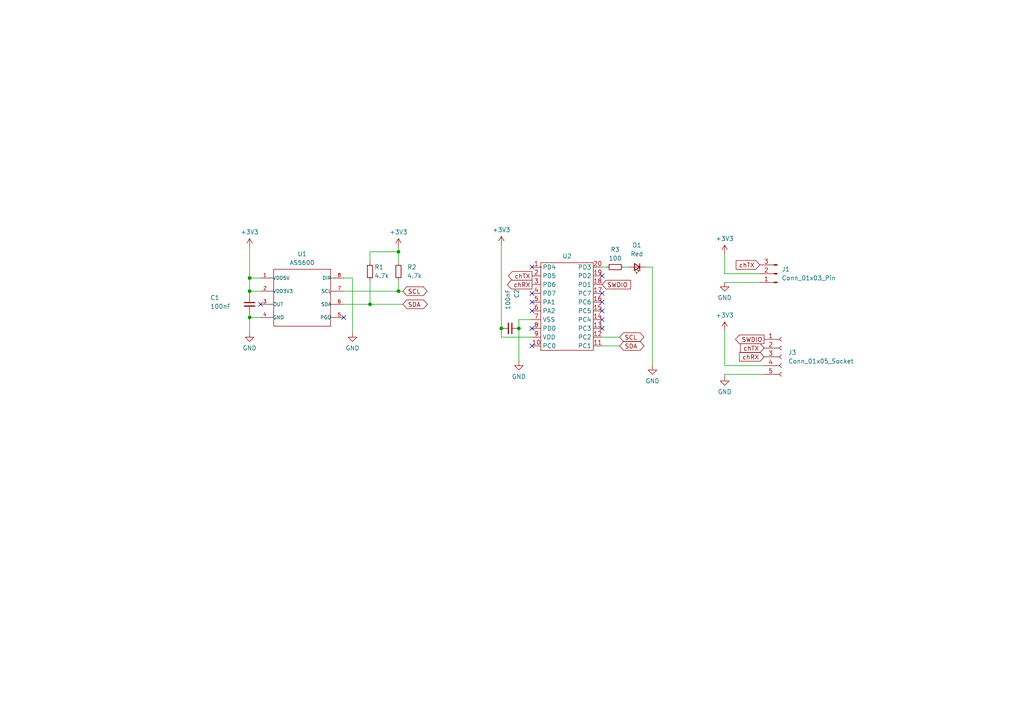
<source format=kicad_sch>
(kicad_sch
	(version 20231120)
	(generator "eeschema")
	(generator_version "8.0")
	(uuid "d22fdd26-d1eb-4623-aec6-525da261b3df")
	(paper "A4")
	(lib_symbols
		(symbol "01.Angle-from-as5600:+3V3"
			(power)
			(pin_names
				(offset 0)
			)
			(exclude_from_sim no)
			(in_bom yes)
			(on_board yes)
			(property "Reference" "#PWR"
				(at 0 -3.81 0)
				(effects
					(font
						(size 1.27 1.27)
					)
					(hide yes)
				)
			)
			(property "Value" "+3V3"
				(at 0 3.556 0)
				(effects
					(font
						(size 1.27 1.27)
					)
				)
			)
			(property "Footprint" ""
				(at 0 0 0)
				(effects
					(font
						(size 1.27 1.27)
					)
					(hide yes)
				)
			)
			(property "Datasheet" ""
				(at 0 0 0)
				(effects
					(font
						(size 1.27 1.27)
					)
					(hide yes)
				)
			)
			(property "Description" "Power symbol creates a global label with name \"+3V3\""
				(at 0 0 0)
				(effects
					(font
						(size 1.27 1.27)
					)
					(hide yes)
				)
			)
			(property "ki_keywords" "global power"
				(at 0 0 0)
				(effects
					(font
						(size 1.27 1.27)
					)
					(hide yes)
				)
			)
			(symbol "+3V3_0_1"
				(polyline
					(pts
						(xy -0.762 1.27) (xy 0 2.54)
					)
					(stroke
						(width 0)
						(type default)
					)
					(fill
						(type none)
					)
				)
				(polyline
					(pts
						(xy 0 0) (xy 0 2.54)
					)
					(stroke
						(width 0)
						(type default)
					)
					(fill
						(type none)
					)
				)
				(polyline
					(pts
						(xy 0 2.54) (xy 0.762 1.27)
					)
					(stroke
						(width 0)
						(type default)
					)
					(fill
						(type none)
					)
				)
			)
			(symbol "+3V3_1_1"
				(pin power_in line
					(at 0 0 90)
					(length 0) hide
					(name "+3V3"
						(effects
							(font
								(size 1.27 1.27)
							)
						)
					)
					(number "1"
						(effects
							(font
								(size 1.27 1.27)
							)
						)
					)
				)
			)
		)
		(symbol "01.Angle-from-as5600:AS5600"
			(pin_names
				(offset 1.016)
			)
			(exclude_from_sim no)
			(in_bom yes)
			(on_board yes)
			(property "Reference" "U"
				(at -7.62 10.16 0)
				(effects
					(font
						(size 1.27 1.27)
					)
					(justify left bottom)
				)
			)
			(property "Value" "AS5600"
				(at -7.62 8.89 0)
				(effects
					(font
						(size 1.27 1.27)
					)
					(justify left bottom)
				)
			)
			(property "Footprint" "AS5600:AS5600"
				(at 0 0 0)
				(effects
					(font
						(size 1.27 1.27)
					)
					(justify bottom)
					(hide yes)
				)
			)
			(property "Datasheet" ""
				(at 0 0 0)
				(effects
					(font
						(size 1.27 1.27)
					)
					(hide yes)
				)
			)
			(property "Description" "\nHall Effect Sensor Rotary Position External Magnet, Not Included Gull Wing\n"
				(at 0 0 0)
				(effects
					(font
						(size 1.27 1.27)
					)
					(justify bottom)
					(hide yes)
				)
			)
			(property "MF" "Ams AG"
				(at 0 0 0)
				(effects
					(font
						(size 1.27 1.27)
					)
					(justify bottom)
					(hide yes)
				)
			)
			(property "Package" "None"
				(at 0 0 0)
				(effects
					(font
						(size 1.27 1.27)
					)
					(justify bottom)
					(hide yes)
				)
			)
			(property "Price" "None"
				(at 0 0 0)
				(effects
					(font
						(size 1.27 1.27)
					)
					(justify bottom)
					(hide yes)
				)
			)
			(property "SnapEDA_Link" "https://www.snapeda.com/parts/AS5600/ams/view-part/?ref=snap"
				(at 0 0 0)
				(effects
					(font
						(size 1.27 1.27)
					)
					(justify bottom)
					(hide yes)
				)
			)
			(property "MP" "AS5600"
				(at 0 0 0)
				(effects
					(font
						(size 1.27 1.27)
					)
					(justify bottom)
					(hide yes)
				)
			)
			(property "Availability" "Not in stock"
				(at 0 0 0)
				(effects
					(font
						(size 1.27 1.27)
					)
					(justify bottom)
					(hide yes)
				)
			)
			(property "Check_prices" "https://www.snapeda.com/parts/AS5600/ams/view-part/?ref=eda"
				(at 0 0 0)
				(effects
					(font
						(size 1.27 1.27)
					)
					(justify bottom)
					(hide yes)
				)
			)
			(symbol "AS5600_0_0"
				(polyline
					(pts
						(xy -7.62 -7.62) (xy -7.62 -5.08)
					)
					(stroke
						(width 0.1524)
						(type default)
					)
					(fill
						(type none)
					)
				)
				(polyline
					(pts
						(xy -7.62 -5.08) (xy -8.89 -5.08)
					)
					(stroke
						(width 0.1524)
						(type default)
					)
					(fill
						(type none)
					)
				)
				(polyline
					(pts
						(xy -7.62 -5.08) (xy -7.62 -1.27)
					)
					(stroke
						(width 0.1524)
						(type default)
					)
					(fill
						(type none)
					)
				)
				(polyline
					(pts
						(xy -7.62 -1.27) (xy -8.89 -1.27)
					)
					(stroke
						(width 0.1524)
						(type default)
					)
					(fill
						(type none)
					)
				)
				(polyline
					(pts
						(xy -7.62 -1.27) (xy -7.62 2.54)
					)
					(stroke
						(width 0.1524)
						(type default)
					)
					(fill
						(type none)
					)
				)
				(polyline
					(pts
						(xy -7.62 2.54) (xy -8.89 2.54)
					)
					(stroke
						(width 0.1524)
						(type default)
					)
					(fill
						(type none)
					)
				)
				(polyline
					(pts
						(xy -7.62 2.54) (xy -7.62 6.35)
					)
					(stroke
						(width 0.1524)
						(type default)
					)
					(fill
						(type none)
					)
				)
				(polyline
					(pts
						(xy -7.62 6.35) (xy -8.89 6.35)
					)
					(stroke
						(width 0.1524)
						(type default)
					)
					(fill
						(type none)
					)
				)
				(polyline
					(pts
						(xy -7.62 6.35) (xy -7.62 8.89)
					)
					(stroke
						(width 0.1524)
						(type default)
					)
					(fill
						(type none)
					)
				)
				(polyline
					(pts
						(xy -7.62 8.89) (xy 8.89 8.89)
					)
					(stroke
						(width 0.1524)
						(type default)
					)
					(fill
						(type none)
					)
				)
				(polyline
					(pts
						(xy 8.89 -7.62) (xy -7.62 -7.62)
					)
					(stroke
						(width 0.1524)
						(type default)
					)
					(fill
						(type none)
					)
				)
				(polyline
					(pts
						(xy 8.89 -5.08) (xy 8.89 -7.62)
					)
					(stroke
						(width 0.1524)
						(type default)
					)
					(fill
						(type none)
					)
				)
				(polyline
					(pts
						(xy 8.89 -1.27) (xy 8.89 -5.08)
					)
					(stroke
						(width 0.1524)
						(type default)
					)
					(fill
						(type none)
					)
				)
				(polyline
					(pts
						(xy 8.89 2.54) (xy 8.89 -1.27)
					)
					(stroke
						(width 0.1524)
						(type default)
					)
					(fill
						(type none)
					)
				)
				(polyline
					(pts
						(xy 8.89 6.35) (xy 8.89 2.54)
					)
					(stroke
						(width 0.1524)
						(type default)
					)
					(fill
						(type none)
					)
				)
				(polyline
					(pts
						(xy 8.89 8.89) (xy 8.89 6.35)
					)
					(stroke
						(width 0.1524)
						(type default)
					)
					(fill
						(type none)
					)
				)
				(polyline
					(pts
						(xy 10.16 -5.08) (xy 8.89 -5.08)
					)
					(stroke
						(width 0.1524)
						(type default)
					)
					(fill
						(type none)
					)
				)
				(polyline
					(pts
						(xy 10.16 -1.27) (xy 8.89 -1.27)
					)
					(stroke
						(width 0.1524)
						(type default)
					)
					(fill
						(type none)
					)
				)
				(polyline
					(pts
						(xy 10.16 2.54) (xy 8.89 2.54)
					)
					(stroke
						(width 0.1524)
						(type default)
					)
					(fill
						(type none)
					)
				)
				(polyline
					(pts
						(xy 10.16 6.35) (xy 8.89 6.35)
					)
					(stroke
						(width 0.1524)
						(type default)
					)
					(fill
						(type none)
					)
				)
				(pin bidirectional line
					(at -11.43 6.35 0)
					(length 2.54)
					(name "VDD5V"
						(effects
							(font
								(size 1.016 1.016)
							)
						)
					)
					(number "1"
						(effects
							(font
								(size 1.016 1.016)
							)
						)
					)
				)
				(pin bidirectional line
					(at -11.43 2.54 0)
					(length 2.54)
					(name "VDD3V3"
						(effects
							(font
								(size 1.016 1.016)
							)
						)
					)
					(number "2"
						(effects
							(font
								(size 1.016 1.016)
							)
						)
					)
				)
				(pin bidirectional line
					(at -11.43 -1.27 0)
					(length 2.54)
					(name "OUT"
						(effects
							(font
								(size 1.016 1.016)
							)
						)
					)
					(number "3"
						(effects
							(font
								(size 1.016 1.016)
							)
						)
					)
				)
				(pin bidirectional line
					(at -11.43 -5.08 0)
					(length 2.54)
					(name "GND"
						(effects
							(font
								(size 1.016 1.016)
							)
						)
					)
					(number "4"
						(effects
							(font
								(size 1.016 1.016)
							)
						)
					)
				)
				(pin bidirectional line
					(at 12.7 -5.08 180)
					(length 2.54)
					(name "PGO"
						(effects
							(font
								(size 1.016 1.016)
							)
						)
					)
					(number "5"
						(effects
							(font
								(size 1.016 1.016)
							)
						)
					)
				)
				(pin bidirectional line
					(at 12.7 -1.27 180)
					(length 2.54)
					(name "SDA"
						(effects
							(font
								(size 1.016 1.016)
							)
						)
					)
					(number "6"
						(effects
							(font
								(size 1.016 1.016)
							)
						)
					)
				)
				(pin bidirectional line
					(at 12.7 2.54 180)
					(length 2.54)
					(name "SCL"
						(effects
							(font
								(size 1.016 1.016)
							)
						)
					)
					(number "7"
						(effects
							(font
								(size 1.016 1.016)
							)
						)
					)
				)
				(pin bidirectional line
					(at 12.7 6.35 180)
					(length 2.54)
					(name "DIR"
						(effects
							(font
								(size 1.016 1.016)
							)
						)
					)
					(number "8"
						(effects
							(font
								(size 1.016 1.016)
							)
						)
					)
				)
			)
		)
		(symbol "01.Angle-from-as5600:CH32V003F4P6"
			(exclude_from_sim no)
			(in_bom yes)
			(on_board yes)
			(property "Reference" "U"
				(at 7.62 2.54 0)
				(effects
					(font
						(size 1.27 1.27)
					)
				)
			)
			(property "Value" ""
				(at 0 0 0)
				(effects
					(font
						(size 1.27 1.27)
					)
				)
			)
			(property "Footprint" ""
				(at 0 0 0)
				(effects
					(font
						(size 1.27 1.27)
					)
					(hide yes)
				)
			)
			(property "Datasheet" ""
				(at 0 0 0)
				(effects
					(font
						(size 1.27 1.27)
					)
					(hide yes)
				)
			)
			(property "Description" ""
				(at 0 0 0)
				(effects
					(font
						(size 1.27 1.27)
					)
					(hide yes)
				)
			)
			(symbol "CH32V003F4P6_0_1"
				(rectangle
					(start 0 1.27)
					(end 15.24 -24.13)
					(stroke
						(width 0)
						(type default)
					)
					(fill
						(type none)
					)
				)
			)
			(symbol "CH32V003F4P6_1_1"
				(pin bidirectional line
					(at -2.54 0 0)
					(length 2.54)
					(name "PD4"
						(effects
							(font
								(size 1.27 1.27)
							)
						)
					)
					(number "1"
						(effects
							(font
								(size 1.27 1.27)
							)
						)
					)
				)
				(pin bidirectional line
					(at -2.54 -22.86 0)
					(length 2.54)
					(name "PC0"
						(effects
							(font
								(size 1.27 1.27)
							)
						)
					)
					(number "10"
						(effects
							(font
								(size 1.27 1.27)
							)
						)
					)
				)
				(pin bidirectional line
					(at 17.78 -22.86 180)
					(length 2.54)
					(name "PC1"
						(effects
							(font
								(size 1.27 1.27)
							)
						)
					)
					(number "11"
						(effects
							(font
								(size 1.27 1.27)
							)
						)
					)
				)
				(pin bidirectional line
					(at 17.78 -20.32 180)
					(length 2.54)
					(name "PC2"
						(effects
							(font
								(size 1.27 1.27)
							)
						)
					)
					(number "12"
						(effects
							(font
								(size 1.27 1.27)
							)
						)
					)
				)
				(pin bidirectional line
					(at 17.78 -17.78 180)
					(length 2.54)
					(name "PC3"
						(effects
							(font
								(size 1.27 1.27)
							)
						)
					)
					(number "13"
						(effects
							(font
								(size 1.27 1.27)
							)
						)
					)
				)
				(pin bidirectional line
					(at 17.78 -15.24 180)
					(length 2.54)
					(name "PC4"
						(effects
							(font
								(size 1.27 1.27)
							)
						)
					)
					(number "14"
						(effects
							(font
								(size 1.27 1.27)
							)
						)
					)
				)
				(pin bidirectional line
					(at 17.78 -12.7 180)
					(length 2.54)
					(name "PC5"
						(effects
							(font
								(size 1.27 1.27)
							)
						)
					)
					(number "15"
						(effects
							(font
								(size 1.27 1.27)
							)
						)
					)
				)
				(pin bidirectional line
					(at 17.78 -10.16 180)
					(length 2.54)
					(name "PC6"
						(effects
							(font
								(size 1.27 1.27)
							)
						)
					)
					(number "16"
						(effects
							(font
								(size 1.27 1.27)
							)
						)
					)
				)
				(pin bidirectional line
					(at 17.78 -7.62 180)
					(length 2.54)
					(name "PC7"
						(effects
							(font
								(size 1.27 1.27)
							)
						)
					)
					(number "17"
						(effects
							(font
								(size 1.27 1.27)
							)
						)
					)
				)
				(pin bidirectional line
					(at 17.78 -5.08 180)
					(length 2.54)
					(name "PD1"
						(effects
							(font
								(size 1.27 1.27)
							)
						)
					)
					(number "18"
						(effects
							(font
								(size 1.27 1.27)
							)
						)
					)
				)
				(pin bidirectional line
					(at 17.78 -2.54 180)
					(length 2.54)
					(name "PD2"
						(effects
							(font
								(size 1.27 1.27)
							)
						)
					)
					(number "19"
						(effects
							(font
								(size 1.27 1.27)
							)
						)
					)
				)
				(pin bidirectional line
					(at -2.54 -2.54 0)
					(length 2.54)
					(name "PD5"
						(effects
							(font
								(size 1.27 1.27)
							)
						)
					)
					(number "2"
						(effects
							(font
								(size 1.27 1.27)
							)
						)
					)
				)
				(pin bidirectional line
					(at 17.78 0 180)
					(length 2.54)
					(name "PD3"
						(effects
							(font
								(size 1.27 1.27)
							)
						)
					)
					(number "20"
						(effects
							(font
								(size 1.27 1.27)
							)
						)
					)
				)
				(pin bidirectional line
					(at -2.54 -5.08 0)
					(length 2.54)
					(name "PD6"
						(effects
							(font
								(size 1.27 1.27)
							)
						)
					)
					(number "3"
						(effects
							(font
								(size 1.27 1.27)
							)
						)
					)
				)
				(pin bidirectional line
					(at -2.54 -7.62 0)
					(length 2.54)
					(name "PD7"
						(effects
							(font
								(size 1.27 1.27)
							)
						)
					)
					(number "4"
						(effects
							(font
								(size 1.27 1.27)
							)
						)
					)
				)
				(pin bidirectional line
					(at -2.54 -10.16 0)
					(length 2.54)
					(name "PA1"
						(effects
							(font
								(size 1.27 1.27)
							)
						)
					)
					(number "5"
						(effects
							(font
								(size 1.27 1.27)
							)
						)
					)
				)
				(pin bidirectional line
					(at -2.54 -12.7 0)
					(length 2.54)
					(name "PA2"
						(effects
							(font
								(size 1.27 1.27)
							)
						)
					)
					(number "6"
						(effects
							(font
								(size 1.27 1.27)
							)
						)
					)
				)
				(pin power_in line
					(at -2.54 -15.24 0)
					(length 2.54)
					(name "VSS"
						(effects
							(font
								(size 1.27 1.27)
							)
						)
					)
					(number "7"
						(effects
							(font
								(size 1.27 1.27)
							)
						)
					)
				)
				(pin bidirectional line
					(at -2.54 -17.78 0)
					(length 2.54)
					(name "PD0"
						(effects
							(font
								(size 1.27 1.27)
							)
						)
					)
					(number "8"
						(effects
							(font
								(size 1.27 1.27)
							)
						)
					)
				)
				(pin power_in line
					(at -2.54 -20.32 0)
					(length 2.54)
					(name "VDD"
						(effects
							(font
								(size 1.27 1.27)
							)
						)
					)
					(number "9"
						(effects
							(font
								(size 1.27 1.27)
							)
						)
					)
				)
			)
		)
		(symbol "01.Angle-from-as5600:C_Small"
			(pin_numbers hide)
			(pin_names
				(offset 0.254) hide)
			(exclude_from_sim no)
			(in_bom yes)
			(on_board yes)
			(property "Reference" "C"
				(at 0.254 1.778 0)
				(effects
					(font
						(size 1.27 1.27)
					)
					(justify left)
				)
			)
			(property "Value" "C_Small"
				(at 0.254 -2.032 0)
				(effects
					(font
						(size 1.27 1.27)
					)
					(justify left)
				)
			)
			(property "Footprint" ""
				(at 0 0 0)
				(effects
					(font
						(size 1.27 1.27)
					)
					(hide yes)
				)
			)
			(property "Datasheet" "~"
				(at 0 0 0)
				(effects
					(font
						(size 1.27 1.27)
					)
					(hide yes)
				)
			)
			(property "Description" "Unpolarized capacitor, small symbol"
				(at 0 0 0)
				(effects
					(font
						(size 1.27 1.27)
					)
					(hide yes)
				)
			)
			(property "ki_keywords" "capacitor cap"
				(at 0 0 0)
				(effects
					(font
						(size 1.27 1.27)
					)
					(hide yes)
				)
			)
			(property "ki_fp_filters" "C_*"
				(at 0 0 0)
				(effects
					(font
						(size 1.27 1.27)
					)
					(hide yes)
				)
			)
			(symbol "C_Small_0_1"
				(polyline
					(pts
						(xy -1.524 -0.508) (xy 1.524 -0.508)
					)
					(stroke
						(width 0.3302)
						(type default)
					)
					(fill
						(type none)
					)
				)
				(polyline
					(pts
						(xy -1.524 0.508) (xy 1.524 0.508)
					)
					(stroke
						(width 0.3048)
						(type default)
					)
					(fill
						(type none)
					)
				)
			)
			(symbol "C_Small_1_1"
				(pin passive line
					(at 0 2.54 270)
					(length 2.032)
					(name "~"
						(effects
							(font
								(size 1.27 1.27)
							)
						)
					)
					(number "1"
						(effects
							(font
								(size 1.27 1.27)
							)
						)
					)
				)
				(pin passive line
					(at 0 -2.54 90)
					(length 2.032)
					(name "~"
						(effects
							(font
								(size 1.27 1.27)
							)
						)
					)
					(number "2"
						(effects
							(font
								(size 1.27 1.27)
							)
						)
					)
				)
			)
		)
		(symbol "01.Angle-from-as5600:Conn_01x03_Pin"
			(pin_names
				(offset 1.016) hide)
			(exclude_from_sim no)
			(in_bom yes)
			(on_board yes)
			(property "Reference" "J"
				(at 0 5.08 0)
				(effects
					(font
						(size 1.27 1.27)
					)
				)
			)
			(property "Value" "Conn_01x03_Pin"
				(at 0 -5.08 0)
				(effects
					(font
						(size 1.27 1.27)
					)
				)
			)
			(property "Footprint" ""
				(at 0 0 0)
				(effects
					(font
						(size 1.27 1.27)
					)
					(hide yes)
				)
			)
			(property "Datasheet" "~"
				(at 0 0 0)
				(effects
					(font
						(size 1.27 1.27)
					)
					(hide yes)
				)
			)
			(property "Description" "Generic connector, single row, 01x03, script generated"
				(at 0 0 0)
				(effects
					(font
						(size 1.27 1.27)
					)
					(hide yes)
				)
			)
			(property "ki_locked" ""
				(at 0 0 0)
				(effects
					(font
						(size 1.27 1.27)
					)
				)
			)
			(property "ki_keywords" "connector"
				(at 0 0 0)
				(effects
					(font
						(size 1.27 1.27)
					)
					(hide yes)
				)
			)
			(property "ki_fp_filters" "Connector*:*_1x??_*"
				(at 0 0 0)
				(effects
					(font
						(size 1.27 1.27)
					)
					(hide yes)
				)
			)
			(symbol "Conn_01x03_Pin_1_1"
				(polyline
					(pts
						(xy 1.27 -2.54) (xy 0.8636 -2.54)
					)
					(stroke
						(width 0.1524)
						(type default)
					)
					(fill
						(type none)
					)
				)
				(polyline
					(pts
						(xy 1.27 0) (xy 0.8636 0)
					)
					(stroke
						(width 0.1524)
						(type default)
					)
					(fill
						(type none)
					)
				)
				(polyline
					(pts
						(xy 1.27 2.54) (xy 0.8636 2.54)
					)
					(stroke
						(width 0.1524)
						(type default)
					)
					(fill
						(type none)
					)
				)
				(rectangle
					(start 0.8636 -2.413)
					(end 0 -2.667)
					(stroke
						(width 0.1524)
						(type default)
					)
					(fill
						(type outline)
					)
				)
				(rectangle
					(start 0.8636 0.127)
					(end 0 -0.127)
					(stroke
						(width 0.1524)
						(type default)
					)
					(fill
						(type outline)
					)
				)
				(rectangle
					(start 0.8636 2.667)
					(end 0 2.413)
					(stroke
						(width 0.1524)
						(type default)
					)
					(fill
						(type outline)
					)
				)
				(pin passive line
					(at 5.08 2.54 180)
					(length 3.81)
					(name "Pin_1"
						(effects
							(font
								(size 1.27 1.27)
							)
						)
					)
					(number "1"
						(effects
							(font
								(size 1.27 1.27)
							)
						)
					)
				)
				(pin passive line
					(at 5.08 0 180)
					(length 3.81)
					(name "Pin_2"
						(effects
							(font
								(size 1.27 1.27)
							)
						)
					)
					(number "2"
						(effects
							(font
								(size 1.27 1.27)
							)
						)
					)
				)
				(pin passive line
					(at 5.08 -2.54 180)
					(length 3.81)
					(name "Pin_3"
						(effects
							(font
								(size 1.27 1.27)
							)
						)
					)
					(number "3"
						(effects
							(font
								(size 1.27 1.27)
							)
						)
					)
				)
			)
		)
		(symbol "01.Angle-from-as5600:Conn_01x05_Socket"
			(pin_names
				(offset 1.016) hide)
			(exclude_from_sim no)
			(in_bom yes)
			(on_board yes)
			(property "Reference" "J"
				(at 0 7.62 0)
				(effects
					(font
						(size 1.27 1.27)
					)
				)
			)
			(property "Value" "Conn_01x05_Socket"
				(at 0 -7.62 0)
				(effects
					(font
						(size 1.27 1.27)
					)
				)
			)
			(property "Footprint" ""
				(at 0 0 0)
				(effects
					(font
						(size 1.27 1.27)
					)
					(hide yes)
				)
			)
			(property "Datasheet" "~"
				(at 0 0 0)
				(effects
					(font
						(size 1.27 1.27)
					)
					(hide yes)
				)
			)
			(property "Description" "Generic connector, single row, 01x05, script generated"
				(at 0 0 0)
				(effects
					(font
						(size 1.27 1.27)
					)
					(hide yes)
				)
			)
			(property "ki_locked" ""
				(at 0 0 0)
				(effects
					(font
						(size 1.27 1.27)
					)
				)
			)
			(property "ki_keywords" "connector"
				(at 0 0 0)
				(effects
					(font
						(size 1.27 1.27)
					)
					(hide yes)
				)
			)
			(property "ki_fp_filters" "Connector*:*_1x??_*"
				(at 0 0 0)
				(effects
					(font
						(size 1.27 1.27)
					)
					(hide yes)
				)
			)
			(symbol "Conn_01x05_Socket_1_1"
				(arc
					(start 0 -4.572)
					(mid -0.5058 -5.08)
					(end 0 -5.588)
					(stroke
						(width 0.1524)
						(type default)
					)
					(fill
						(type none)
					)
				)
				(arc
					(start 0 -2.032)
					(mid -0.5058 -2.54)
					(end 0 -3.048)
					(stroke
						(width 0.1524)
						(type default)
					)
					(fill
						(type none)
					)
				)
				(polyline
					(pts
						(xy -1.27 -5.08) (xy -0.508 -5.08)
					)
					(stroke
						(width 0.1524)
						(type default)
					)
					(fill
						(type none)
					)
				)
				(polyline
					(pts
						(xy -1.27 -2.54) (xy -0.508 -2.54)
					)
					(stroke
						(width 0.1524)
						(type default)
					)
					(fill
						(type none)
					)
				)
				(polyline
					(pts
						(xy -1.27 0) (xy -0.508 0)
					)
					(stroke
						(width 0.1524)
						(type default)
					)
					(fill
						(type none)
					)
				)
				(polyline
					(pts
						(xy -1.27 2.54) (xy -0.508 2.54)
					)
					(stroke
						(width 0.1524)
						(type default)
					)
					(fill
						(type none)
					)
				)
				(polyline
					(pts
						(xy -1.27 5.08) (xy -0.508 5.08)
					)
					(stroke
						(width 0.1524)
						(type default)
					)
					(fill
						(type none)
					)
				)
				(arc
					(start 0 0.508)
					(mid -0.5058 0)
					(end 0 -0.508)
					(stroke
						(width 0.1524)
						(type default)
					)
					(fill
						(type none)
					)
				)
				(arc
					(start 0 3.048)
					(mid -0.5058 2.54)
					(end 0 2.032)
					(stroke
						(width 0.1524)
						(type default)
					)
					(fill
						(type none)
					)
				)
				(arc
					(start 0 5.588)
					(mid -0.5058 5.08)
					(end 0 4.572)
					(stroke
						(width 0.1524)
						(type default)
					)
					(fill
						(type none)
					)
				)
				(pin passive line
					(at -5.08 5.08 0)
					(length 3.81)
					(name "Pin_1"
						(effects
							(font
								(size 1.27 1.27)
							)
						)
					)
					(number "1"
						(effects
							(font
								(size 1.27 1.27)
							)
						)
					)
				)
				(pin passive line
					(at -5.08 2.54 0)
					(length 3.81)
					(name "Pin_2"
						(effects
							(font
								(size 1.27 1.27)
							)
						)
					)
					(number "2"
						(effects
							(font
								(size 1.27 1.27)
							)
						)
					)
				)
				(pin passive line
					(at -5.08 0 0)
					(length 3.81)
					(name "Pin_3"
						(effects
							(font
								(size 1.27 1.27)
							)
						)
					)
					(number "3"
						(effects
							(font
								(size 1.27 1.27)
							)
						)
					)
				)
				(pin passive line
					(at -5.08 -2.54 0)
					(length 3.81)
					(name "Pin_4"
						(effects
							(font
								(size 1.27 1.27)
							)
						)
					)
					(number "4"
						(effects
							(font
								(size 1.27 1.27)
							)
						)
					)
				)
				(pin passive line
					(at -5.08 -5.08 0)
					(length 3.81)
					(name "Pin_5"
						(effects
							(font
								(size 1.27 1.27)
							)
						)
					)
					(number "5"
						(effects
							(font
								(size 1.27 1.27)
							)
						)
					)
				)
			)
		)
		(symbol "01.Angle-from-as5600:GND"
			(power)
			(pin_names
				(offset 0)
			)
			(exclude_from_sim no)
			(in_bom yes)
			(on_board yes)
			(property "Reference" "#PWR"
				(at 0 -6.35 0)
				(effects
					(font
						(size 1.27 1.27)
					)
					(hide yes)
				)
			)
			(property "Value" "GND"
				(at 0 -3.81 0)
				(effects
					(font
						(size 1.27 1.27)
					)
				)
			)
			(property "Footprint" ""
				(at 0 0 0)
				(effects
					(font
						(size 1.27 1.27)
					)
					(hide yes)
				)
			)
			(property "Datasheet" ""
				(at 0 0 0)
				(effects
					(font
						(size 1.27 1.27)
					)
					(hide yes)
				)
			)
			(property "Description" "Power symbol creates a global label with name \"GND\" , ground"
				(at 0 0 0)
				(effects
					(font
						(size 1.27 1.27)
					)
					(hide yes)
				)
			)
			(property "ki_keywords" "global power"
				(at 0 0 0)
				(effects
					(font
						(size 1.27 1.27)
					)
					(hide yes)
				)
			)
			(symbol "GND_0_1"
				(polyline
					(pts
						(xy 0 0) (xy 0 -1.27) (xy 1.27 -1.27) (xy 0 -2.54) (xy -1.27 -1.27) (xy 0 -1.27)
					)
					(stroke
						(width 0)
						(type default)
					)
					(fill
						(type none)
					)
				)
			)
			(symbol "GND_1_1"
				(pin power_in line
					(at 0 0 270)
					(length 0) hide
					(name "GND"
						(effects
							(font
								(size 1.27 1.27)
							)
						)
					)
					(number "1"
						(effects
							(font
								(size 1.27 1.27)
							)
						)
					)
				)
			)
		)
		(symbol "01.Angle-from-as5600:LED_Small"
			(pin_numbers hide)
			(pin_names
				(offset 0.254) hide)
			(exclude_from_sim no)
			(in_bom yes)
			(on_board yes)
			(property "Reference" "D"
				(at -1.27 3.175 0)
				(effects
					(font
						(size 1.27 1.27)
					)
					(justify left)
				)
			)
			(property "Value" "LED_Small"
				(at -4.445 -2.54 0)
				(effects
					(font
						(size 1.27 1.27)
					)
					(justify left)
				)
			)
			(property "Footprint" ""
				(at 0 0 90)
				(effects
					(font
						(size 1.27 1.27)
					)
					(hide yes)
				)
			)
			(property "Datasheet" "~"
				(at 0 0 90)
				(effects
					(font
						(size 1.27 1.27)
					)
					(hide yes)
				)
			)
			(property "Description" "Light emitting diode, small symbol"
				(at 0 0 0)
				(effects
					(font
						(size 1.27 1.27)
					)
					(hide yes)
				)
			)
			(property "ki_keywords" "LED diode light-emitting-diode"
				(at 0 0 0)
				(effects
					(font
						(size 1.27 1.27)
					)
					(hide yes)
				)
			)
			(property "ki_fp_filters" "LED* LED_SMD:* LED_THT:*"
				(at 0 0 0)
				(effects
					(font
						(size 1.27 1.27)
					)
					(hide yes)
				)
			)
			(symbol "LED_Small_0_1"
				(polyline
					(pts
						(xy -0.762 -1.016) (xy -0.762 1.016)
					)
					(stroke
						(width 0.254)
						(type default)
					)
					(fill
						(type none)
					)
				)
				(polyline
					(pts
						(xy 1.016 0) (xy -0.762 0)
					)
					(stroke
						(width 0)
						(type default)
					)
					(fill
						(type none)
					)
				)
				(polyline
					(pts
						(xy 0.762 -1.016) (xy -0.762 0) (xy 0.762 1.016) (xy 0.762 -1.016)
					)
					(stroke
						(width 0.254)
						(type default)
					)
					(fill
						(type none)
					)
				)
				(polyline
					(pts
						(xy 0 0.762) (xy -0.508 1.27) (xy -0.254 1.27) (xy -0.508 1.27) (xy -0.508 1.016)
					)
					(stroke
						(width 0)
						(type default)
					)
					(fill
						(type none)
					)
				)
				(polyline
					(pts
						(xy 0.508 1.27) (xy 0 1.778) (xy 0.254 1.778) (xy 0 1.778) (xy 0 1.524)
					)
					(stroke
						(width 0)
						(type default)
					)
					(fill
						(type none)
					)
				)
			)
			(symbol "LED_Small_1_1"
				(pin passive line
					(at -2.54 0 0)
					(length 1.778)
					(name "K"
						(effects
							(font
								(size 1.27 1.27)
							)
						)
					)
					(number "1"
						(effects
							(font
								(size 1.27 1.27)
							)
						)
					)
				)
				(pin passive line
					(at 2.54 0 180)
					(length 1.778)
					(name "A"
						(effects
							(font
								(size 1.27 1.27)
							)
						)
					)
					(number "2"
						(effects
							(font
								(size 1.27 1.27)
							)
						)
					)
				)
			)
		)
		(symbol "01.Angle-from-as5600:R_Small"
			(pin_numbers hide)
			(pin_names
				(offset 0.254) hide)
			(exclude_from_sim no)
			(in_bom yes)
			(on_board yes)
			(property "Reference" "R"
				(at 0.762 0.508 0)
				(effects
					(font
						(size 1.27 1.27)
					)
					(justify left)
				)
			)
			(property "Value" "R_Small"
				(at 0.762 -1.016 0)
				(effects
					(font
						(size 1.27 1.27)
					)
					(justify left)
				)
			)
			(property "Footprint" ""
				(at 0 0 0)
				(effects
					(font
						(size 1.27 1.27)
					)
					(hide yes)
				)
			)
			(property "Datasheet" "~"
				(at 0 0 0)
				(effects
					(font
						(size 1.27 1.27)
					)
					(hide yes)
				)
			)
			(property "Description" "Resistor, small symbol"
				(at 0 0 0)
				(effects
					(font
						(size 1.27 1.27)
					)
					(hide yes)
				)
			)
			(property "ki_keywords" "R resistor"
				(at 0 0 0)
				(effects
					(font
						(size 1.27 1.27)
					)
					(hide yes)
				)
			)
			(property "ki_fp_filters" "R_*"
				(at 0 0 0)
				(effects
					(font
						(size 1.27 1.27)
					)
					(hide yes)
				)
			)
			(symbol "R_Small_0_1"
				(rectangle
					(start -0.762 1.778)
					(end 0.762 -1.778)
					(stroke
						(width 0.2032)
						(type default)
					)
					(fill
						(type none)
					)
				)
			)
			(symbol "R_Small_1_1"
				(pin passive line
					(at 0 2.54 270)
					(length 0.762)
					(name "~"
						(effects
							(font
								(size 1.27 1.27)
							)
						)
					)
					(number "1"
						(effects
							(font
								(size 1.27 1.27)
							)
						)
					)
				)
				(pin passive line
					(at 0 -2.54 90)
					(length 0.762)
					(name "~"
						(effects
							(font
								(size 1.27 1.27)
							)
						)
					)
					(number "2"
						(effects
							(font
								(size 1.27 1.27)
							)
						)
					)
				)
			)
		)
	)
	(junction
		(at 115.57 73.025)
		(diameter 0)
		(color 0 0 0 0)
		(uuid "4bfcd0ef-976e-4092-aece-a44e71f0d4b1")
	)
	(junction
		(at 72.39 80.645)
		(diameter 0)
		(color 0 0 0 0)
		(uuid "7e16f92c-5ed0-4331-9df4-e04c3cdf9da7")
	)
	(junction
		(at 115.57 84.455)
		(diameter 0)
		(color 0 0 0 0)
		(uuid "8f8b032c-99d0-4a30-8f81-93b5b1b81b02")
	)
	(junction
		(at 145.415 95.25)
		(diameter 0)
		(color 0 0 0 0)
		(uuid "a15e1158-510f-4663-b0f3-af3e2b49a6ba")
	)
	(junction
		(at 150.495 95.25)
		(diameter 0)
		(color 0 0 0 0)
		(uuid "ada9a66a-ad2b-4ecd-9029-64cbf8d7d03e")
	)
	(junction
		(at 72.39 92.075)
		(diameter 0)
		(color 0 0 0 0)
		(uuid "c1634f32-345a-42f6-af3b-6236c088f77e")
	)
	(junction
		(at 72.39 84.455)
		(diameter 0)
		(color 0 0 0 0)
		(uuid "c58446d2-b460-4de3-8c61-b0d119323c4f")
	)
	(junction
		(at 107.315 88.265)
		(diameter 0)
		(color 0 0 0 0)
		(uuid "e47eb711-3ad0-4798-af6f-0a9d5fd3b0cb")
	)
	(no_connect
		(at 174.625 95.25)
		(uuid "109906c4-397f-425a-978b-42520e627b72")
	)
	(no_connect
		(at 174.625 87.63)
		(uuid "2abe0d91-ce87-40f2-9899-64cd93bdf2a8")
	)
	(no_connect
		(at 174.625 92.71)
		(uuid "6d7f000f-7544-4193-9ef1-75350a2ce205")
	)
	(no_connect
		(at 154.305 95.25)
		(uuid "889648b7-4362-4936-afda-475e0b16f8dc")
	)
	(no_connect
		(at 174.625 80.01)
		(uuid "a12e73c6-f031-4b07-85a8-77378664c698")
	)
	(no_connect
		(at 174.625 85.09)
		(uuid "a6e8a744-d8a5-4f7b-8c7a-5b8ca1ba38a7")
	)
	(no_connect
		(at 154.305 77.47)
		(uuid "a825a8fb-9f4e-41fe-b572-ca18b55e3a26")
	)
	(no_connect
		(at 154.305 90.17)
		(uuid "b60bd66c-f565-471b-951c-289a91a15fdc")
	)
	(no_connect
		(at 154.305 85.09)
		(uuid "bd48149c-1115-4633-b61c-edc7e4d56bf5")
	)
	(no_connect
		(at 174.625 90.17)
		(uuid "c46f5c42-758e-4cff-8e0b-e447dd317df6")
	)
	(no_connect
		(at 99.695 92.075)
		(uuid "c7e6ee8e-02a5-4203-a2ed-21d51e67b8a4")
	)
	(no_connect
		(at 75.565 88.265)
		(uuid "c8f91f40-6f36-4bab-b797-efd1bc4df13c")
	)
	(no_connect
		(at 154.305 87.63)
		(uuid "cc024854-3fb3-4255-9e45-386f87fee65f")
	)
	(no_connect
		(at 154.305 100.33)
		(uuid "f2f4d27e-4212-49a7-9097-b130978b7d4f")
	)
	(wire
		(pts
			(xy 187.325 77.47) (xy 189.23 77.47)
		)
		(stroke
			(width 0)
			(type default)
		)
		(uuid "00590993-a1cf-4b7f-af94-3fa313c8cd07")
	)
	(wire
		(pts
			(xy 174.625 77.47) (xy 175.895 77.47)
		)
		(stroke
			(width 0)
			(type default)
		)
		(uuid "0369c9a2-f307-4732-951e-c59de3de23c2")
	)
	(wire
		(pts
			(xy 210.185 79.375) (xy 220.345 79.375)
		)
		(stroke
			(width 0)
			(type default)
		)
		(uuid "06f7cc43-fe57-4132-8751-252f63af820f")
	)
	(wire
		(pts
			(xy 99.695 80.645) (xy 102.235 80.645)
		)
		(stroke
			(width 0)
			(type default)
		)
		(uuid "0ea5bffe-0ab2-4b4c-82f5-52b7f3f7181a")
	)
	(wire
		(pts
			(xy 72.39 84.455) (xy 75.565 84.455)
		)
		(stroke
			(width 0)
			(type default)
		)
		(uuid "193c89df-c564-4170-8622-6240350e7349")
	)
	(wire
		(pts
			(xy 210.185 109.22) (xy 210.185 108.585)
		)
		(stroke
			(width 0)
			(type default)
		)
		(uuid "1e1d01c2-78f2-41a9-9e84-de973e541fd2")
	)
	(wire
		(pts
			(xy 72.39 80.645) (xy 75.565 80.645)
		)
		(stroke
			(width 0)
			(type default)
		)
		(uuid "213d9a32-e156-42c0-86ef-5a78e09f73e2")
	)
	(wire
		(pts
			(xy 72.39 92.075) (xy 75.565 92.075)
		)
		(stroke
			(width 0)
			(type default)
		)
		(uuid "25b1c57c-2dd2-409c-91db-6547af3172f1")
	)
	(wire
		(pts
			(xy 210.185 106.045) (xy 221.615 106.045)
		)
		(stroke
			(width 0)
			(type default)
		)
		(uuid "26f32b7a-de9d-4b72-a75b-2c36f737b045")
	)
	(wire
		(pts
			(xy 115.57 71.755) (xy 115.57 73.025)
		)
		(stroke
			(width 0)
			(type default)
		)
		(uuid "42443660-d4b9-47b0-9360-898a4aecd72f")
	)
	(wire
		(pts
			(xy 99.695 84.455) (xy 115.57 84.455)
		)
		(stroke
			(width 0)
			(type default)
		)
		(uuid "53a8d04d-acf1-4648-b605-9eaac8b5d9de")
	)
	(wire
		(pts
			(xy 99.695 88.265) (xy 107.315 88.265)
		)
		(stroke
			(width 0)
			(type default)
		)
		(uuid "55219f47-d7fc-42a2-8252-948e449bc7ad")
	)
	(wire
		(pts
			(xy 107.315 76.2) (xy 107.315 73.025)
		)
		(stroke
			(width 0)
			(type default)
		)
		(uuid "56d83ba8-0548-4e24-a3cd-057b81a3f549")
	)
	(wire
		(pts
			(xy 210.185 73.66) (xy 210.185 79.375)
		)
		(stroke
			(width 0)
			(type default)
		)
		(uuid "5cd6ad09-b3dc-47b8-a050-f9d75074aeb3")
	)
	(wire
		(pts
			(xy 180.975 77.47) (xy 182.245 77.47)
		)
		(stroke
			(width 0)
			(type default)
		)
		(uuid "61a2ca64-ad47-48a2-802a-aa170a72cdb6")
	)
	(wire
		(pts
			(xy 174.625 97.79) (xy 179.705 97.79)
		)
		(stroke
			(width 0)
			(type default)
		)
		(uuid "64201477-32a0-4c42-97e7-094d41e91c47")
	)
	(wire
		(pts
			(xy 115.57 84.455) (xy 116.84 84.455)
		)
		(stroke
			(width 0)
			(type default)
		)
		(uuid "67a67466-f56a-4ccc-8ffe-42dc830aabbb")
	)
	(wire
		(pts
			(xy 72.39 84.455) (xy 72.39 85.725)
		)
		(stroke
			(width 0)
			(type default)
		)
		(uuid "754d16ba-4847-46bc-872a-7bea6f8a0a91")
	)
	(wire
		(pts
			(xy 107.315 88.265) (xy 116.84 88.265)
		)
		(stroke
			(width 0)
			(type default)
		)
		(uuid "7eba5645-c2e1-4b49-bd6d-20abe157ab3e")
	)
	(wire
		(pts
			(xy 115.57 73.025) (xy 115.57 76.2)
		)
		(stroke
			(width 0)
			(type default)
		)
		(uuid "82431edb-2db3-4abc-a228-bb4a20f2d6df")
	)
	(wire
		(pts
			(xy 145.415 95.25) (xy 145.415 97.79)
		)
		(stroke
			(width 0)
			(type default)
		)
		(uuid "861d49e3-29f2-49c4-b4ec-5bf1548d3d07")
	)
	(wire
		(pts
			(xy 210.185 108.585) (xy 221.615 108.585)
		)
		(stroke
			(width 0)
			(type default)
		)
		(uuid "90e2560c-cdd6-4037-a62b-e45639545daf")
	)
	(wire
		(pts
			(xy 154.305 92.71) (xy 150.495 92.71)
		)
		(stroke
			(width 0)
			(type default)
		)
		(uuid "943c4d71-e709-479b-890f-d40da09b5a09")
	)
	(wire
		(pts
			(xy 72.39 90.805) (xy 72.39 92.075)
		)
		(stroke
			(width 0)
			(type default)
		)
		(uuid "9a1c0550-9c0b-413b-9549-2ec81d190c8d")
	)
	(wire
		(pts
			(xy 107.315 81.28) (xy 107.315 88.265)
		)
		(stroke
			(width 0)
			(type default)
		)
		(uuid "b07e7682-96a3-4a9a-a813-dabdb5df490a")
	)
	(wire
		(pts
			(xy 210.185 95.885) (xy 210.185 106.045)
		)
		(stroke
			(width 0)
			(type default)
		)
		(uuid "bc00a499-36c5-4930-92fa-51cd0a24a112")
	)
	(wire
		(pts
			(xy 115.57 81.28) (xy 115.57 84.455)
		)
		(stroke
			(width 0)
			(type default)
		)
		(uuid "ca5a65b5-da61-4942-9c3f-cf062d2571a9")
	)
	(wire
		(pts
			(xy 210.185 81.915) (xy 220.345 81.915)
		)
		(stroke
			(width 0)
			(type default)
		)
		(uuid "d061a3f8-a58b-441a-b23a-f0b92dbf5ad2")
	)
	(wire
		(pts
			(xy 189.23 77.47) (xy 189.23 106.045)
		)
		(stroke
			(width 0)
			(type default)
		)
		(uuid "d0b7e492-3101-4693-9d71-6d5b52d92a0b")
	)
	(wire
		(pts
			(xy 72.39 80.645) (xy 72.39 84.455)
		)
		(stroke
			(width 0)
			(type default)
		)
		(uuid "d5e55e74-1358-4c27-b085-6d6a37171f05")
	)
	(wire
		(pts
			(xy 102.235 80.645) (xy 102.235 96.52)
		)
		(stroke
			(width 0)
			(type default)
		)
		(uuid "d68203e3-416e-4e9f-878c-6b5ae763826e")
	)
	(wire
		(pts
			(xy 107.315 73.025) (xy 115.57 73.025)
		)
		(stroke
			(width 0)
			(type default)
		)
		(uuid "d6b35bc6-42da-481c-91b8-6a446bc2ab21")
	)
	(wire
		(pts
			(xy 150.495 92.71) (xy 150.495 95.25)
		)
		(stroke
			(width 0)
			(type default)
		)
		(uuid "e4582498-169f-49d3-9d74-7d21ac90c724")
	)
	(wire
		(pts
			(xy 72.39 71.755) (xy 72.39 80.645)
		)
		(stroke
			(width 0)
			(type default)
		)
		(uuid "e88b4275-1621-4f59-94d5-5655243d9f5d")
	)
	(wire
		(pts
			(xy 150.495 95.25) (xy 150.495 104.775)
		)
		(stroke
			(width 0)
			(type default)
		)
		(uuid "e8db1da9-8a20-4656-93ba-be7132b53c4f")
	)
	(wire
		(pts
			(xy 145.415 97.79) (xy 154.305 97.79)
		)
		(stroke
			(width 0)
			(type default)
		)
		(uuid "ed68de30-cf00-4ddf-b268-e8d93fcf0c9d")
	)
	(wire
		(pts
			(xy 174.625 100.33) (xy 179.705 100.33)
		)
		(stroke
			(width 0)
			(type default)
		)
		(uuid "ee9358c8-30e5-4cab-92ab-3d1a00f5f970")
	)
	(wire
		(pts
			(xy 145.415 71.12) (xy 145.415 95.25)
		)
		(stroke
			(width 0)
			(type default)
		)
		(uuid "f0920b01-2211-40c7-bba3-9aa1a7f88d3d")
	)
	(wire
		(pts
			(xy 72.39 92.075) (xy 72.39 96.52)
		)
		(stroke
			(width 0)
			(type default)
		)
		(uuid "f5420e41-9dee-4997-ab3f-38a986be2932")
	)
	(global_label "SCL"
		(shape bidirectional)
		(at 116.84 84.455 0)
		(fields_autoplaced yes)
		(effects
			(font
				(size 1.27 1.27)
			)
			(justify left)
		)
		(uuid "7c09ed73-a66a-418c-a041-cb6ab4a0cbab")
		(property "Intersheetrefs" "${INTERSHEET_REFS}"
			(at 124.4441 84.455 0)
			(effects
				(font
					(size 1.27 1.27)
				)
				(justify left)
				(hide yes)
			)
		)
	)
	(global_label "SDA"
		(shape bidirectional)
		(at 116.84 88.265 0)
		(fields_autoplaced yes)
		(effects
			(font
				(size 1.27 1.27)
			)
			(justify left)
		)
		(uuid "7e60feb6-b12e-4312-ab75-72c9ce1cc726")
		(property "Intersheetrefs" "${INTERSHEET_REFS}"
			(at 124.5046 88.265 0)
			(effects
				(font
					(size 1.27 1.27)
				)
				(justify left)
				(hide yes)
			)
		)
	)
	(global_label "chRX"
		(shape input)
		(at 221.615 103.505 180)
		(fields_autoplaced yes)
		(effects
			(font
				(size 1.27 1.27)
			)
			(justify right)
		)
		(uuid "856a33f2-8be0-4ee5-9321-31f67e91361a")
		(property "Intersheetrefs" "${INTERSHEET_REFS}"
			(at 213.9127 103.505 0)
			(effects
				(font
					(size 1.27 1.27)
				)
				(justify right)
				(hide yes)
			)
		)
	)
	(global_label "chTX"
		(shape input)
		(at 221.615 100.965 180)
		(fields_autoplaced yes)
		(effects
			(font
				(size 1.27 1.27)
			)
			(justify right)
		)
		(uuid "99d49896-65f1-4224-ba03-108548625e9a")
		(property "Intersheetrefs" "${INTERSHEET_REFS}"
			(at 214.2151 100.965 0)
			(effects
				(font
					(size 1.27 1.27)
				)
				(justify right)
				(hide yes)
			)
		)
	)
	(global_label "chTX"
		(shape output)
		(at 154.305 80.01 180)
		(fields_autoplaced yes)
		(effects
			(font
				(size 1.27 1.27)
			)
			(justify right)
		)
		(uuid "9f68dff3-7a91-44c5-9eb3-31170d301f5e")
		(property "Intersheetrefs" "${INTERSHEET_REFS}"
			(at 146.9051 80.01 0)
			(effects
				(font
					(size 1.27 1.27)
				)
				(justify right)
				(hide yes)
			)
		)
	)
	(global_label "chTX"
		(shape input)
		(at 220.345 76.835 180)
		(fields_autoplaced yes)
		(effects
			(font
				(size 1.27 1.27)
			)
			(justify right)
		)
		(uuid "ad0bf3f8-5497-4b0d-a191-33ab2bd9113f")
		(property "Intersheetrefs" "${INTERSHEET_REFS}"
			(at 212.9451 76.835 0)
			(effects
				(font
					(size 1.27 1.27)
				)
				(justify right)
				(hide yes)
			)
		)
	)
	(global_label "SCL"
		(shape bidirectional)
		(at 179.705 97.79 0)
		(fields_autoplaced yes)
		(effects
			(font
				(size 1.27 1.27)
			)
			(justify left)
		)
		(uuid "c392f33c-a16a-47ac-a14a-a7e19c6c7d5b")
		(property "Intersheetrefs" "${INTERSHEET_REFS}"
			(at 187.3091 97.79 0)
			(effects
				(font
					(size 1.27 1.27)
				)
				(justify left)
				(hide yes)
			)
		)
	)
	(global_label "SWDIO"
		(shape input)
		(at 174.625 82.55 0)
		(fields_autoplaced yes)
		(effects
			(font
				(size 1.27 1.27)
			)
			(justify left)
		)
		(uuid "c714fde5-8d78-41b7-a7ea-e6d66142d265")
		(property "Intersheetrefs" "${INTERSHEET_REFS}"
			(at 183.4764 82.55 0)
			(effects
				(font
					(size 1.27 1.27)
				)
				(justify left)
				(hide yes)
			)
		)
	)
	(global_label "chRX"
		(shape output)
		(at 154.305 82.55 180)
		(fields_autoplaced yes)
		(effects
			(font
				(size 1.27 1.27)
			)
			(justify right)
		)
		(uuid "c8e5ba38-9000-4525-b040-b3aff7d03b10")
		(property "Intersheetrefs" "${INTERSHEET_REFS}"
			(at 146.6027 82.55 0)
			(effects
				(font
					(size 1.27 1.27)
				)
				(justify right)
				(hide yes)
			)
		)
	)
	(global_label "SDA"
		(shape bidirectional)
		(at 179.705 100.33 0)
		(fields_autoplaced yes)
		(effects
			(font
				(size 1.27 1.27)
			)
			(justify left)
		)
		(uuid "d76d6d64-ada2-4c4e-9ad9-335bddbff100")
		(property "Intersheetrefs" "${INTERSHEET_REFS}"
			(at 187.3696 100.33 0)
			(effects
				(font
					(size 1.27 1.27)
				)
				(justify left)
				(hide yes)
			)
		)
	)
	(global_label "SWDIO"
		(shape output)
		(at 221.615 98.425 180)
		(fields_autoplaced yes)
		(effects
			(font
				(size 1.27 1.27)
			)
			(justify right)
		)
		(uuid "efb8c48c-4a77-44c5-8d84-b7258f824ee7")
		(property "Intersheetrefs" "${INTERSHEET_REFS}"
			(at 212.7636 98.425 0)
			(effects
				(font
					(size 1.27 1.27)
				)
				(justify right)
				(hide yes)
			)
		)
	)
	(symbol
		(lib_id "01.Angle-from-as5600:R_Small")
		(at 115.57 78.74 0)
		(unit 1)
		(exclude_from_sim no)
		(in_bom yes)
		(on_board yes)
		(dnp no)
		(fields_autoplaced yes)
		(uuid "1034b9ef-ce7e-407a-9c73-5fc373aa6ce7")
		(property "Reference" "R2"
			(at 118.11 77.47 0)
			(effects
				(font
					(size 1.27 1.27)
				)
				(justify left)
			)
		)
		(property "Value" "4.7k"
			(at 118.11 80.01 0)
			(effects
				(font
					(size 1.27 1.27)
				)
				(justify left)
			)
		)
		(property "Footprint" "Resistor_SMD:R_0603_1608Metric_Pad0.98x0.95mm_HandSolder"
			(at 115.57 78.74 0)
			(effects
				(font
					(size 1.27 1.27)
				)
				(hide yes)
			)
		)
		(property "Datasheet" "~"
			(at 115.57 78.74 0)
			(effects
				(font
					(size 1.27 1.27)
				)
				(hide yes)
			)
		)
		(property "Description" ""
			(at 115.57 78.74 0)
			(effects
				(font
					(size 1.27 1.27)
				)
				(hide yes)
			)
		)
		(pin "1"
			(uuid "27527bf9-c206-4e13-a8b4-ba7327b0ba60")
		)
		(pin "2"
			(uuid "26c9ce27-61db-443b-b039-4868ab0e379e")
		)
		(instances
			(project "Angle-from-as5600"
				(path "/d22fdd26-d1eb-4623-aec6-525da261b3df"
					(reference "R2")
					(unit 1)
				)
			)
		)
	)
	(symbol
		(lib_id "01.Angle-from-as5600:+3V3")
		(at 210.185 73.66 0)
		(unit 1)
		(exclude_from_sim no)
		(in_bom yes)
		(on_board yes)
		(dnp no)
		(fields_autoplaced yes)
		(uuid "1b3423fb-0e2e-40f6-bbf1-7837f5d2bff8")
		(property "Reference" "#PWR07"
			(at 210.185 77.47 0)
			(effects
				(font
					(size 1.27 1.27)
				)
				(hide yes)
			)
		)
		(property "Value" "+3V3"
			(at 210.185 69.215 0)
			(effects
				(font
					(size 1.27 1.27)
				)
			)
		)
		(property "Footprint" ""
			(at 210.185 73.66 0)
			(effects
				(font
					(size 1.27 1.27)
				)
				(hide yes)
			)
		)
		(property "Datasheet" ""
			(at 210.185 73.66 0)
			(effects
				(font
					(size 1.27 1.27)
				)
				(hide yes)
			)
		)
		(property "Description" ""
			(at 210.185 73.66 0)
			(effects
				(font
					(size 1.27 1.27)
				)
				(hide yes)
			)
		)
		(pin "1"
			(uuid "ae471c40-0413-4bd2-ad2a-0b14ff220911")
		)
		(instances
			(project "Angle-from-as5600"
				(path "/d22fdd26-d1eb-4623-aec6-525da261b3df"
					(reference "#PWR07")
					(unit 1)
				)
			)
		)
	)
	(symbol
		(lib_id "01.Angle-from-as5600:Conn_01x05_Socket")
		(at 226.695 103.505 0)
		(unit 1)
		(exclude_from_sim no)
		(in_bom yes)
		(on_board yes)
		(dnp no)
		(fields_autoplaced yes)
		(uuid "1b518616-0f5c-4999-8cec-8339c8fabb40")
		(property "Reference" "J3"
			(at 228.6 102.235 0)
			(effects
				(font
					(size 1.27 1.27)
				)
				(justify left)
			)
		)
		(property "Value" "Conn_01x05_Socket"
			(at 228.6 104.775 0)
			(effects
				(font
					(size 1.27 1.27)
				)
				(justify left)
			)
		)
		(property "Footprint" "Connector_PinHeader_2.54mm:PinHeader_1x05_P2.54mm_Horizontal"
			(at 226.695 103.505 0)
			(effects
				(font
					(size 1.27 1.27)
				)
				(hide yes)
			)
		)
		(property "Datasheet" "~"
			(at 226.695 103.505 0)
			(effects
				(font
					(size 1.27 1.27)
				)
				(hide yes)
			)
		)
		(property "Description" ""
			(at 226.695 103.505 0)
			(effects
				(font
					(size 1.27 1.27)
				)
				(hide yes)
			)
		)
		(pin "4"
			(uuid "3d1fecf8-e469-4edb-83a6-81c8801b1546")
		)
		(pin "1"
			(uuid "79bf1695-411e-489a-a835-40a31c65a1b7")
		)
		(pin "2"
			(uuid "2339a895-ed06-4fca-ad22-b303764283fd")
		)
		(pin "5"
			(uuid "63728136-c02e-4264-a706-11d9faedde04")
		)
		(pin "3"
			(uuid "99ad5e60-33c0-46a3-be24-d1fe6f9691b1")
		)
		(instances
			(project "Angle-from-as5600"
				(path "/d22fdd26-d1eb-4623-aec6-525da261b3df"
					(reference "J3")
					(unit 1)
				)
			)
		)
	)
	(symbol
		(lib_id "01.Angle-from-as5600:C_Small")
		(at 72.39 88.265 0)
		(unit 1)
		(exclude_from_sim no)
		(in_bom yes)
		(on_board yes)
		(dnp no)
		(uuid "3454389c-35fb-433f-8e31-24626d06ad9f")
		(property "Reference" "C1"
			(at 60.96 86.36 0)
			(effects
				(font
					(size 1.27 1.27)
				)
				(justify left)
			)
		)
		(property "Value" "100nF"
			(at 60.96 88.9 0)
			(effects
				(font
					(size 1.27 1.27)
				)
				(justify left)
			)
		)
		(property "Footprint" "Capacitor_SMD:C_0603_1608Metric_Pad1.08x0.95mm_HandSolder"
			(at 72.39 88.265 0)
			(effects
				(font
					(size 1.27 1.27)
				)
				(hide yes)
			)
		)
		(property "Datasheet" "~"
			(at 72.39 88.265 0)
			(effects
				(font
					(size 1.27 1.27)
				)
				(hide yes)
			)
		)
		(property "Description" ""
			(at 72.39 88.265 0)
			(effects
				(font
					(size 1.27 1.27)
				)
				(hide yes)
			)
		)
		(pin "2"
			(uuid "ac107425-b74d-4705-9f78-5ccd83e42ca9")
		)
		(pin "1"
			(uuid "c7ad419f-1977-4f87-ad62-501947298709")
		)
		(instances
			(project "Angle-from-as5600"
				(path "/d22fdd26-d1eb-4623-aec6-525da261b3df"
					(reference "C1")
					(unit 1)
				)
			)
		)
	)
	(symbol
		(lib_id "01.Angle-from-as5600:Conn_01x03_Pin")
		(at 225.425 79.375 180)
		(unit 1)
		(exclude_from_sim no)
		(in_bom yes)
		(on_board yes)
		(dnp no)
		(fields_autoplaced yes)
		(uuid "4b4293f3-003d-4a44-afa5-b2d3a2efde52")
		(property "Reference" "J1"
			(at 226.695 78.105 0)
			(effects
				(font
					(size 1.27 1.27)
				)
				(justify right)
			)
		)
		(property "Value" "Conn_01x03_Pin"
			(at 226.695 80.645 0)
			(effects
				(font
					(size 1.27 1.27)
				)
				(justify right)
			)
		)
		(property "Footprint" "Connector_JST:JST_XH_S3B-XH-A_1x03_P2.50mm_Horizontal"
			(at 225.425 79.375 0)
			(effects
				(font
					(size 1.27 1.27)
				)
				(hide yes)
			)
		)
		(property "Datasheet" "~"
			(at 225.425 79.375 0)
			(effects
				(font
					(size 1.27 1.27)
				)
				(hide yes)
			)
		)
		(property "Description" ""
			(at 225.425 79.375 0)
			(effects
				(font
					(size 1.27 1.27)
				)
				(hide yes)
			)
		)
		(pin "2"
			(uuid "464eca72-75e3-49c9-aca7-1249ca73678c")
		)
		(pin "3"
			(uuid "1dce2564-1b34-445b-aaa1-f89112734b5a")
		)
		(pin "1"
			(uuid "ef5f5dd6-6640-416a-a474-075820561630")
		)
		(instances
			(project "Angle-from-as5600"
				(path "/d22fdd26-d1eb-4623-aec6-525da261b3df"
					(reference "J1")
					(unit 1)
				)
			)
		)
	)
	(symbol
		(lib_id "01.Angle-from-as5600:GND")
		(at 210.185 81.915 0)
		(unit 1)
		(exclude_from_sim no)
		(in_bom yes)
		(on_board yes)
		(dnp no)
		(fields_autoplaced yes)
		(uuid "51b032f3-cf65-43b0-8f37-5266dc982cc2")
		(property "Reference" "#PWR08"
			(at 210.185 88.265 0)
			(effects
				(font
					(size 1.27 1.27)
				)
				(hide yes)
			)
		)
		(property "Value" "GND"
			(at 210.185 86.36 0)
			(effects
				(font
					(size 1.27 1.27)
				)
			)
		)
		(property "Footprint" ""
			(at 210.185 81.915 0)
			(effects
				(font
					(size 1.27 1.27)
				)
				(hide yes)
			)
		)
		(property "Datasheet" ""
			(at 210.185 81.915 0)
			(effects
				(font
					(size 1.27 1.27)
				)
				(hide yes)
			)
		)
		(property "Description" ""
			(at 210.185 81.915 0)
			(effects
				(font
					(size 1.27 1.27)
				)
				(hide yes)
			)
		)
		(pin "1"
			(uuid "22a6f6c8-3959-4660-bf5f-2ef9ddb2154a")
		)
		(instances
			(project "Angle-from-as5600"
				(path "/d22fdd26-d1eb-4623-aec6-525da261b3df"
					(reference "#PWR08")
					(unit 1)
				)
			)
		)
	)
	(symbol
		(lib_id "01.Angle-from-as5600:+3V3")
		(at 115.57 71.755 0)
		(unit 1)
		(exclude_from_sim no)
		(in_bom yes)
		(on_board yes)
		(dnp no)
		(fields_autoplaced yes)
		(uuid "54200a7e-17f4-4408-9946-1d89740ccad3")
		(property "Reference" "#PWR04"
			(at 115.57 75.565 0)
			(effects
				(font
					(size 1.27 1.27)
				)
				(hide yes)
			)
		)
		(property "Value" "+3V3"
			(at 115.57 67.31 0)
			(effects
				(font
					(size 1.27 1.27)
				)
			)
		)
		(property "Footprint" ""
			(at 115.57 71.755 0)
			(effects
				(font
					(size 1.27 1.27)
				)
				(hide yes)
			)
		)
		(property "Datasheet" ""
			(at 115.57 71.755 0)
			(effects
				(font
					(size 1.27 1.27)
				)
				(hide yes)
			)
		)
		(property "Description" ""
			(at 115.57 71.755 0)
			(effects
				(font
					(size 1.27 1.27)
				)
				(hide yes)
			)
		)
		(pin "1"
			(uuid "2b92a389-8e60-4751-a252-64f9a8b1a2bd")
		)
		(instances
			(project "Angle-from-as5600"
				(path "/d22fdd26-d1eb-4623-aec6-525da261b3df"
					(reference "#PWR04")
					(unit 1)
				)
			)
		)
	)
	(symbol
		(lib_id "01.Angle-from-as5600:+3V3")
		(at 72.39 71.755 0)
		(unit 1)
		(exclude_from_sim no)
		(in_bom yes)
		(on_board yes)
		(dnp no)
		(fields_autoplaced yes)
		(uuid "5e67454f-d7df-4bcf-98b4-c40de6d44257")
		(property "Reference" "#PWR01"
			(at 72.39 75.565 0)
			(effects
				(font
					(size 1.27 1.27)
				)
				(hide yes)
			)
		)
		(property "Value" "+3V3"
			(at 72.39 67.31 0)
			(effects
				(font
					(size 1.27 1.27)
				)
			)
		)
		(property "Footprint" ""
			(at 72.39 71.755 0)
			(effects
				(font
					(size 1.27 1.27)
				)
				(hide yes)
			)
		)
		(property "Datasheet" ""
			(at 72.39 71.755 0)
			(effects
				(font
					(size 1.27 1.27)
				)
				(hide yes)
			)
		)
		(property "Description" ""
			(at 72.39 71.755 0)
			(effects
				(font
					(size 1.27 1.27)
				)
				(hide yes)
			)
		)
		(pin "1"
			(uuid "228b7063-d6fa-4eb5-9b65-37dcd7fb54c9")
		)
		(instances
			(project "Angle-from-as5600"
				(path "/d22fdd26-d1eb-4623-aec6-525da261b3df"
					(reference "#PWR01")
					(unit 1)
				)
			)
		)
	)
	(symbol
		(lib_id "01.Angle-from-as5600:+3V3")
		(at 210.185 95.885 0)
		(unit 1)
		(exclude_from_sim no)
		(in_bom yes)
		(on_board yes)
		(dnp no)
		(fields_autoplaced yes)
		(uuid "661e0cfa-89c5-4137-92b1-2d9361db5183")
		(property "Reference" "#PWR09"
			(at 210.185 99.695 0)
			(effects
				(font
					(size 1.27 1.27)
				)
				(hide yes)
			)
		)
		(property "Value" "+3V3"
			(at 210.185 91.44 0)
			(effects
				(font
					(size 1.27 1.27)
				)
			)
		)
		(property "Footprint" ""
			(at 210.185 95.885 0)
			(effects
				(font
					(size 1.27 1.27)
				)
				(hide yes)
			)
		)
		(property "Datasheet" ""
			(at 210.185 95.885 0)
			(effects
				(font
					(size 1.27 1.27)
				)
				(hide yes)
			)
		)
		(property "Description" ""
			(at 210.185 95.885 0)
			(effects
				(font
					(size 1.27 1.27)
				)
				(hide yes)
			)
		)
		(pin "1"
			(uuid "d24199af-2ea1-4bc8-bfa4-9008ef70b78b")
		)
		(instances
			(project "Angle-from-as5600"
				(path "/d22fdd26-d1eb-4623-aec6-525da261b3df"
					(reference "#PWR09")
					(unit 1)
				)
			)
		)
	)
	(symbol
		(lib_id "01.Angle-from-as5600:GND")
		(at 210.185 109.22 0)
		(unit 1)
		(exclude_from_sim no)
		(in_bom yes)
		(on_board yes)
		(dnp no)
		(fields_autoplaced yes)
		(uuid "6efb0a3e-031b-4758-a25d-f8a59f421f54")
		(property "Reference" "#PWR010"
			(at 210.185 115.57 0)
			(effects
				(font
					(size 1.27 1.27)
				)
				(hide yes)
			)
		)
		(property "Value" "GND"
			(at 210.185 113.665 0)
			(effects
				(font
					(size 1.27 1.27)
				)
			)
		)
		(property "Footprint" ""
			(at 210.185 109.22 0)
			(effects
				(font
					(size 1.27 1.27)
				)
				(hide yes)
			)
		)
		(property "Datasheet" ""
			(at 210.185 109.22 0)
			(effects
				(font
					(size 1.27 1.27)
				)
				(hide yes)
			)
		)
		(property "Description" ""
			(at 210.185 109.22 0)
			(effects
				(font
					(size 1.27 1.27)
				)
				(hide yes)
			)
		)
		(pin "1"
			(uuid "99289d40-1f71-482b-ab83-b9f09a8fdf85")
		)
		(instances
			(project "Angle-from-as5600"
				(path "/d22fdd26-d1eb-4623-aec6-525da261b3df"
					(reference "#PWR010")
					(unit 1)
				)
			)
		)
	)
	(symbol
		(lib_id "01.Angle-from-as5600:GND")
		(at 150.495 104.775 0)
		(unit 1)
		(exclude_from_sim no)
		(in_bom yes)
		(on_board yes)
		(dnp no)
		(fields_autoplaced yes)
		(uuid "76a7566a-a6e9-4878-b551-e3b2420d6ea5")
		(property "Reference" "#PWR06"
			(at 150.495 111.125 0)
			(effects
				(font
					(size 1.27 1.27)
				)
				(hide yes)
			)
		)
		(property "Value" "GND"
			(at 150.495 109.22 0)
			(effects
				(font
					(size 1.27 1.27)
				)
			)
		)
		(property "Footprint" ""
			(at 150.495 104.775 0)
			(effects
				(font
					(size 1.27 1.27)
				)
				(hide yes)
			)
		)
		(property "Datasheet" ""
			(at 150.495 104.775 0)
			(effects
				(font
					(size 1.27 1.27)
				)
				(hide yes)
			)
		)
		(property "Description" ""
			(at 150.495 104.775 0)
			(effects
				(font
					(size 1.27 1.27)
				)
				(hide yes)
			)
		)
		(pin "1"
			(uuid "f10768ab-778a-447f-9bb2-1bc4963f1a61")
		)
		(instances
			(project "Angle-from-as5600"
				(path "/d22fdd26-d1eb-4623-aec6-525da261b3df"
					(reference "#PWR06")
					(unit 1)
				)
			)
		)
	)
	(symbol
		(lib_id "01.Angle-from-as5600:+3V3")
		(at 145.415 71.12 0)
		(unit 1)
		(exclude_from_sim no)
		(in_bom yes)
		(on_board yes)
		(dnp no)
		(fields_autoplaced yes)
		(uuid "7eab1ab8-f375-4642-a0bd-f286e19ac8b4")
		(property "Reference" "#PWR05"
			(at 145.415 74.93 0)
			(effects
				(font
					(size 1.27 1.27)
				)
				(hide yes)
			)
		)
		(property "Value" "+3V3"
			(at 145.415 66.675 0)
			(effects
				(font
					(size 1.27 1.27)
				)
			)
		)
		(property "Footprint" ""
			(at 145.415 71.12 0)
			(effects
				(font
					(size 1.27 1.27)
				)
				(hide yes)
			)
		)
		(property "Datasheet" ""
			(at 145.415 71.12 0)
			(effects
				(font
					(size 1.27 1.27)
				)
				(hide yes)
			)
		)
		(property "Description" ""
			(at 145.415 71.12 0)
			(effects
				(font
					(size 1.27 1.27)
				)
				(hide yes)
			)
		)
		(pin "1"
			(uuid "55a6afee-a9eb-4e9f-a117-68d52c187949")
		)
		(instances
			(project "Angle-from-as5600"
				(path "/d22fdd26-d1eb-4623-aec6-525da261b3df"
					(reference "#PWR05")
					(unit 1)
				)
			)
		)
	)
	(symbol
		(lib_id "01.Angle-from-as5600:R_Small")
		(at 107.315 78.74 0)
		(unit 1)
		(exclude_from_sim no)
		(in_bom yes)
		(on_board yes)
		(dnp no)
		(uuid "7eed718e-7136-4c23-a3b0-2f8320363b78")
		(property "Reference" "R1"
			(at 108.585 77.47 0)
			(effects
				(font
					(size 1.27 1.27)
				)
				(justify left)
			)
		)
		(property "Value" "4.7k"
			(at 108.585 80.01 0)
			(effects
				(font
					(size 1.27 1.27)
				)
				(justify left)
			)
		)
		(property "Footprint" "Resistor_SMD:R_0603_1608Metric_Pad0.98x0.95mm_HandSolder"
			(at 107.315 78.74 0)
			(effects
				(font
					(size 1.27 1.27)
				)
				(hide yes)
			)
		)
		(property "Datasheet" "~"
			(at 107.315 78.74 0)
			(effects
				(font
					(size 1.27 1.27)
				)
				(hide yes)
			)
		)
		(property "Description" ""
			(at 107.315 78.74 0)
			(effects
				(font
					(size 1.27 1.27)
				)
				(hide yes)
			)
		)
		(pin "1"
			(uuid "79ca823b-88c2-4c3d-8cba-0f04b542d778")
		)
		(pin "2"
			(uuid "c4ca6715-5584-482c-b556-e505a70aea46")
		)
		(instances
			(project "Angle-from-as5600"
				(path "/d22fdd26-d1eb-4623-aec6-525da261b3df"
					(reference "R1")
					(unit 1)
				)
			)
		)
	)
	(symbol
		(lib_id "01.Angle-from-as5600:CH32V003F4P6")
		(at 156.845 77.47 0)
		(unit 1)
		(exclude_from_sim no)
		(in_bom yes)
		(on_board yes)
		(dnp no)
		(fields_autoplaced yes)
		(uuid "8de12443-7b23-4a67-8fa7-0fdfda5fbdfd")
		(property "Reference" "U2"
			(at 164.465 74.295 0)
			(effects
				(font
					(size 1.27 1.27)
				)
			)
		)
		(property "Value" "~"
			(at 156.845 77.47 0)
			(effects
				(font
					(size 1.27 1.27)
				)
			)
		)
		(property "Footprint" "Package_SO:SSOP-20_4.4x6.5mm_P0.65mm_bigpad"
			(at 156.845 77.47 0)
			(effects
				(font
					(size 1.27 1.27)
				)
				(hide yes)
			)
		)
		(property "Datasheet" ""
			(at 156.845 77.47 0)
			(effects
				(font
					(size 1.27 1.27)
				)
				(hide yes)
			)
		)
		(property "Description" ""
			(at 156.845 77.47 0)
			(effects
				(font
					(size 1.27 1.27)
				)
				(hide yes)
			)
		)
		(pin "16"
			(uuid "df8992e5-07c2-49da-883c-517f3f8ffb72")
		)
		(pin "5"
			(uuid "17d2b034-2a5b-4875-8dc7-a46adebf508c")
		)
		(pin "19"
			(uuid "77641bea-e78f-4bd5-a84b-ccc61dd06884")
		)
		(pin "10"
			(uuid "f4ecfb40-ac38-402d-870f-5c0ded2c5c26")
		)
		(pin "3"
			(uuid "a73d732e-7a0c-4c57-b2c3-1fdf50733882")
		)
		(pin "17"
			(uuid "55556b6c-60e1-4bea-8dc4-48321b3c5346")
		)
		(pin "18"
			(uuid "44755ca6-3f20-4f94-b46b-86c544e4ca40")
		)
		(pin "2"
			(uuid "bafa9954-ded1-4bc1-974d-75d6b9677baf")
		)
		(pin "6"
			(uuid "33f8dc71-e6bd-42f2-a45d-25b538ffd70f")
		)
		(pin "13"
			(uuid "fce93f28-c775-4da8-bffa-e9a9c9ff5377")
		)
		(pin "7"
			(uuid "4f11a4f3-3141-4981-9218-943ced3cd41f")
		)
		(pin "15"
			(uuid "bcd699c0-423a-41ae-a2a3-020d4a406eec")
		)
		(pin "14"
			(uuid "7bafa9f1-4152-43d4-9f28-e0c08b70cb10")
		)
		(pin "8"
			(uuid "4a1c0916-1347-4cab-beff-1c37282ec3a9")
		)
		(pin "9"
			(uuid "470be90b-d4f1-4c09-9200-e15ab2815079")
		)
		(pin "1"
			(uuid "7f65440e-ef2c-4c3e-91f5-4a39e23eb06a")
		)
		(pin "20"
			(uuid "8482be7c-e776-4b88-841c-b096116859ee")
		)
		(pin "4"
			(uuid "94d020e3-56b5-4919-b7d2-b95377f6ff73")
		)
		(pin "12"
			(uuid "6f5dad55-679e-427a-bd34-1b4de601aea7")
		)
		(pin "11"
			(uuid "780397cb-f99a-463f-a77c-440dde4bb30b")
		)
		(instances
			(project "Angle-from-as5600"
				(path "/d22fdd26-d1eb-4623-aec6-525da261b3df"
					(reference "U2")
					(unit 1)
				)
			)
		)
	)
	(symbol
		(lib_id "01.Angle-from-as5600:LED_Small")
		(at 184.785 77.47 180)
		(unit 1)
		(exclude_from_sim no)
		(in_bom yes)
		(on_board yes)
		(dnp no)
		(fields_autoplaced yes)
		(uuid "9aab1d89-b8e9-40ac-974b-b93522a7cca7")
		(property "Reference" "D1"
			(at 184.7215 71.12 0)
			(effects
				(font
					(size 1.27 1.27)
				)
			)
		)
		(property "Value" "Red"
			(at 184.7215 73.66 0)
			(effects
				(font
					(size 1.27 1.27)
				)
			)
		)
		(property "Footprint" "Diode_SMD:D_0603_1608Metric_Pad1.05x0.95mm_HandSolder"
			(at 184.785 77.47 90)
			(effects
				(font
					(size 1.27 1.27)
				)
				(hide yes)
			)
		)
		(property "Datasheet" "~"
			(at 184.785 77.47 90)
			(effects
				(font
					(size 1.27 1.27)
				)
				(hide yes)
			)
		)
		(property "Description" ""
			(at 184.785 77.47 0)
			(effects
				(font
					(size 1.27 1.27)
				)
				(hide yes)
			)
		)
		(pin "1"
			(uuid "115b6913-da35-43d2-a4ba-84fcb0a4719e")
		)
		(pin "2"
			(uuid "d42b3e73-e595-47af-9d89-5e43c8e94aa9")
		)
		(instances
			(project "Angle-from-as5600"
				(path "/d22fdd26-d1eb-4623-aec6-525da261b3df"
					(reference "D1")
					(unit 1)
				)
			)
		)
	)
	(symbol
		(lib_id "01.Angle-from-as5600:R_Small")
		(at 178.435 77.47 90)
		(unit 1)
		(exclude_from_sim no)
		(in_bom yes)
		(on_board yes)
		(dnp no)
		(fields_autoplaced yes)
		(uuid "b609452c-f0ce-492c-ad35-1740063cc444")
		(property "Reference" "R3"
			(at 178.435 72.39 90)
			(effects
				(font
					(size 1.27 1.27)
				)
			)
		)
		(property "Value" "100"
			(at 178.435 74.93 90)
			(effects
				(font
					(size 1.27 1.27)
				)
			)
		)
		(property "Footprint" "Resistor_SMD:R_0603_1608Metric_Pad0.98x0.95mm_HandSolder"
			(at 178.435 77.47 0)
			(effects
				(font
					(size 1.27 1.27)
				)
				(hide yes)
			)
		)
		(property "Datasheet" "~"
			(at 178.435 77.47 0)
			(effects
				(font
					(size 1.27 1.27)
				)
				(hide yes)
			)
		)
		(property "Description" ""
			(at 178.435 77.47 0)
			(effects
				(font
					(size 1.27 1.27)
				)
				(hide yes)
			)
		)
		(pin "1"
			(uuid "ed7e0dbd-d832-46de-b4a9-ef51bc860404")
		)
		(pin "2"
			(uuid "fb3f9bbf-46c1-43b0-8489-dbbd00b3fb40")
		)
		(instances
			(project "Angle-from-as5600"
				(path "/d22fdd26-d1eb-4623-aec6-525da261b3df"
					(reference "R3")
					(unit 1)
				)
			)
		)
	)
	(symbol
		(lib_id "01.Angle-from-as5600:C_Small")
		(at 147.955 95.25 270)
		(unit 1)
		(exclude_from_sim no)
		(in_bom yes)
		(on_board yes)
		(dnp no)
		(uuid "c03de49c-acc0-4f5d-852b-8ae463b37542")
		(property "Reference" "C2"
			(at 149.86 83.82 0)
			(effects
				(font
					(size 1.27 1.27)
				)
				(justify left)
			)
		)
		(property "Value" "100nF"
			(at 147.32 83.82 0)
			(effects
				(font
					(size 1.27 1.27)
				)
				(justify left)
			)
		)
		(property "Footprint" "Capacitor_SMD:C_0603_1608Metric_Pad1.08x0.95mm_HandSolder"
			(at 147.955 95.25 0)
			(effects
				(font
					(size 1.27 1.27)
				)
				(hide yes)
			)
		)
		(property "Datasheet" "~"
			(at 147.955 95.25 0)
			(effects
				(font
					(size 1.27 1.27)
				)
				(hide yes)
			)
		)
		(property "Description" ""
			(at 147.955 95.25 0)
			(effects
				(font
					(size 1.27 1.27)
				)
				(hide yes)
			)
		)
		(pin "2"
			(uuid "1be0ad16-4c88-4826-a185-6c91b8625c24")
		)
		(pin "1"
			(uuid "7a528fab-d4ff-4a8d-8cc7-29e9c997fe1b")
		)
		(instances
			(project "Angle-from-as5600"
				(path "/d22fdd26-d1eb-4623-aec6-525da261b3df"
					(reference "C2")
					(unit 1)
				)
			)
		)
	)
	(symbol
		(lib_id "01.Angle-from-as5600:GND")
		(at 72.39 96.52 0)
		(unit 1)
		(exclude_from_sim no)
		(in_bom yes)
		(on_board yes)
		(dnp no)
		(fields_autoplaced yes)
		(uuid "c9f1d668-2c85-4a20-93c4-f069d3c89826")
		(property "Reference" "#PWR02"
			(at 72.39 102.87 0)
			(effects
				(font
					(size 1.27 1.27)
				)
				(hide yes)
			)
		)
		(property "Value" "GND"
			(at 72.39 100.965 0)
			(effects
				(font
					(size 1.27 1.27)
				)
			)
		)
		(property "Footprint" ""
			(at 72.39 96.52 0)
			(effects
				(font
					(size 1.27 1.27)
				)
				(hide yes)
			)
		)
		(property "Datasheet" ""
			(at 72.39 96.52 0)
			(effects
				(font
					(size 1.27 1.27)
				)
				(hide yes)
			)
		)
		(property "Description" ""
			(at 72.39 96.52 0)
			(effects
				(font
					(size 1.27 1.27)
				)
				(hide yes)
			)
		)
		(pin "1"
			(uuid "beb7e28d-c48c-41f2-b464-bcd48cb119ae")
		)
		(instances
			(project "Angle-from-as5600"
				(path "/d22fdd26-d1eb-4623-aec6-525da261b3df"
					(reference "#PWR02")
					(unit 1)
				)
			)
		)
	)
	(symbol
		(lib_id "01.Angle-from-as5600:AS5600")
		(at 86.995 86.995 0)
		(unit 1)
		(exclude_from_sim no)
		(in_bom yes)
		(on_board yes)
		(dnp no)
		(fields_autoplaced yes)
		(uuid "cbe8b505-790c-44f4-8efe-5cc625702d25")
		(property "Reference" "U1"
			(at 87.63 73.66 0)
			(effects
				(font
					(size 1.27 1.27)
				)
			)
		)
		(property "Value" "AS5600"
			(at 87.63 76.2 0)
			(effects
				(font
					(size 1.27 1.27)
				)
			)
		)
		(property "Footprint" "X-user:AS5600"
			(at 86.995 86.995 0)
			(effects
				(font
					(size 1.27 1.27)
				)
				(justify bottom)
				(hide yes)
			)
		)
		(property "Datasheet" ""
			(at 86.995 86.995 0)
			(effects
				(font
					(size 1.27 1.27)
				)
				(hide yes)
			)
		)
		(property "Description" "\nHall Effect Sensor Rotary Position External Magnet, Not Included Gull Wing\n"
			(at 86.995 86.995 0)
			(effects
				(font
					(size 1.27 1.27)
				)
				(justify bottom)
				(hide yes)
			)
		)
		(property "MF" "Ams AG"
			(at 86.995 86.995 0)
			(effects
				(font
					(size 1.27 1.27)
				)
				(justify bottom)
				(hide yes)
			)
		)
		(property "Package" "None"
			(at 86.995 86.995 0)
			(effects
				(font
					(size 1.27 1.27)
				)
				(justify bottom)
				(hide yes)
			)
		)
		(property "Price" "None"
			(at 86.995 86.995 0)
			(effects
				(font
					(size 1.27 1.27)
				)
				(justify bottom)
				(hide yes)
			)
		)
		(property "SnapEDA_Link" "https://www.snapeda.com/parts/AS5600/ams/view-part/?ref=snap"
			(at 86.995 86.995 0)
			(effects
				(font
					(size 1.27 1.27)
				)
				(justify bottom)
				(hide yes)
			)
		)
		(property "MP" "AS5600"
			(at 86.995 86.995 0)
			(effects
				(font
					(size 1.27 1.27)
				)
				(justify bottom)
				(hide yes)
			)
		)
		(property "Availability" "Not in stock"
			(at 86.995 86.995 0)
			(effects
				(font
					(size 1.27 1.27)
				)
				(justify bottom)
				(hide yes)
			)
		)
		(property "Check_prices" "https://www.snapeda.com/parts/AS5600/ams/view-part/?ref=eda"
			(at 86.995 86.995 0)
			(effects
				(font
					(size 1.27 1.27)
				)
				(justify bottom)
				(hide yes)
			)
		)
		(pin "5"
			(uuid "96908a4c-cdd6-4e00-8242-15467342838e")
		)
		(pin "6"
			(uuid "7ef02490-3360-4774-b484-9bdf1758a46b")
		)
		(pin "8"
			(uuid "e63a5974-f6bf-463d-b728-d75def5994be")
		)
		(pin "7"
			(uuid "0baf6de0-d6eb-4dbf-934e-a70a7ecd2b05")
		)
		(pin "2"
			(uuid "2ab78da2-846b-4490-bb2d-9c559163e31d")
		)
		(pin "1"
			(uuid "df8dc846-bd20-44bb-9788-ebe6a4210cc5")
		)
		(pin "3"
			(uuid "d8ea092b-a317-43bd-8b35-897dd66cc8e1")
		)
		(pin "4"
			(uuid "87e8b0d8-e572-4f13-873b-d958d5081f84")
		)
		(instances
			(project "Angle-from-as5600"
				(path "/d22fdd26-d1eb-4623-aec6-525da261b3df"
					(reference "U1")
					(unit 1)
				)
			)
		)
	)
	(symbol
		(lib_id "01.Angle-from-as5600:GND")
		(at 102.235 96.52 0)
		(unit 1)
		(exclude_from_sim no)
		(in_bom yes)
		(on_board yes)
		(dnp no)
		(fields_autoplaced yes)
		(uuid "e231cfbd-13b2-4a39-ab3c-241dfaee55b8")
		(property "Reference" "#PWR03"
			(at 102.235 102.87 0)
			(effects
				(font
					(size 1.27 1.27)
				)
				(hide yes)
			)
		)
		(property "Value" "GND"
			(at 102.235 100.965 0)
			(effects
				(font
					(size 1.27 1.27)
				)
			)
		)
		(property "Footprint" ""
			(at 102.235 96.52 0)
			(effects
				(font
					(size 1.27 1.27)
				)
				(hide yes)
			)
		)
		(property "Datasheet" ""
			(at 102.235 96.52 0)
			(effects
				(font
					(size 1.27 1.27)
				)
				(hide yes)
			)
		)
		(property "Description" ""
			(at 102.235 96.52 0)
			(effects
				(font
					(size 1.27 1.27)
				)
				(hide yes)
			)
		)
		(pin "1"
			(uuid "6f056893-5044-446e-843b-acf62a8c0ba9")
		)
		(instances
			(project "Angle-from-as5600"
				(path "/d22fdd26-d1eb-4623-aec6-525da261b3df"
					(reference "#PWR03")
					(unit 1)
				)
			)
		)
	)
	(symbol
		(lib_id "01.Angle-from-as5600:GND")
		(at 189.23 106.045 0)
		(unit 1)
		(exclude_from_sim no)
		(in_bom yes)
		(on_board yes)
		(dnp no)
		(fields_autoplaced yes)
		(uuid "e78a28bf-b538-427d-a351-47628f9aa6b2")
		(property "Reference" "#PWR011"
			(at 189.23 112.395 0)
			(effects
				(font
					(size 1.27 1.27)
				)
				(hide yes)
			)
		)
		(property "Value" "GND"
			(at 189.23 110.49 0)
			(effects
				(font
					(size 1.27 1.27)
				)
			)
		)
		(property "Footprint" ""
			(at 189.23 106.045 0)
			(effects
				(font
					(size 1.27 1.27)
				)
				(hide yes)
			)
		)
		(property "Datasheet" ""
			(at 189.23 106.045 0)
			(effects
				(font
					(size 1.27 1.27)
				)
				(hide yes)
			)
		)
		(property "Description" ""
			(at 189.23 106.045 0)
			(effects
				(font
					(size 1.27 1.27)
				)
				(hide yes)
			)
		)
		(pin "1"
			(uuid "477d18fd-629c-4d89-8b4b-b80a1ffe8a66")
		)
		(instances
			(project "Angle-from-as5600"
				(path "/d22fdd26-d1eb-4623-aec6-525da261b3df"
					(reference "#PWR011")
					(unit 1)
				)
			)
		)
	)
	(sheet_instances
		(path "/"
			(page "1")
		)
	)
)
</source>
